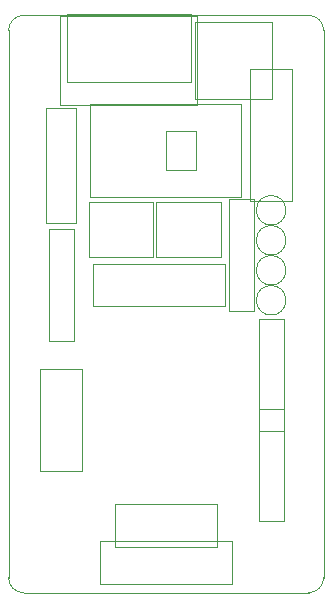
<source format=gbr>
%TF.GenerationSoftware,KiCad,Pcbnew,5.1.5+dfsg1-2~bpo10+1*%
%TF.CreationDate,2020-10-04T09:46:05+00:00*%
%TF.ProjectId,PIS,5049532e-6b69-4636-9164-5f7063625858,rev?*%
%TF.SameCoordinates,Original*%
%TF.FileFunction,Other,User*%
%FSLAX45Y45*%
G04 Gerber Fmt 4.5, Leading zero omitted, Abs format (unit mm)*
G04 Created by KiCad (PCBNEW 5.1.5+dfsg1-2~bpo10+1) date 2020-10-04 09:46:05*
%MOMM*%
%LPD*%
G04 APERTURE LIST*
%ADD10C,0.120000*%
%ADD11C,0.050000*%
G04 APERTURE END LIST*
D10*
X-190500Y507511D02*
G75*
G02X-63500Y634511I127000J0D01*
G01*
X2476500Y-4127500D02*
G75*
G02X2349500Y-4254500I-127000J0D01*
G01*
X2349500Y634511D02*
G75*
G02X2476500Y507511I0J-127000D01*
G01*
X-63500Y-4254989D02*
G75*
G02X-190500Y-4127989I0J127000D01*
G01*
X2476500Y-4127500D02*
X2476500Y508000D01*
X-63500Y-4254500D02*
X2349500Y-4254500D01*
X-190500Y508000D02*
X-190500Y-4127500D01*
X2349500Y634511D02*
X-63500Y634511D01*
D11*
X1395000Y-343000D02*
X1395000Y-673000D01*
X1395000Y-343000D02*
X1145000Y-343000D01*
X1145000Y-673000D02*
X1395000Y-673000D01*
X1145000Y-673000D02*
X1145000Y-343000D01*
X243500Y-121000D02*
X1406500Y-121000D01*
X243500Y629000D02*
X243500Y-121000D01*
X1406500Y629000D02*
X243500Y629000D01*
X1406500Y-121000D02*
X1406500Y629000D01*
X301500Y642000D02*
X1351500Y642000D01*
X301500Y642000D02*
X301500Y69000D01*
X1351500Y69000D02*
X1351500Y642000D01*
X1351500Y69000D02*
X301500Y69000D01*
X1704000Y-4180500D02*
X1704000Y-3820500D01*
X584000Y-4180500D02*
X1704000Y-4180500D01*
X584000Y-3820500D02*
X584000Y-4180500D01*
X1704000Y-3820500D02*
X584000Y-3820500D01*
X520500Y-1471000D02*
X1640500Y-1471000D01*
X520500Y-1826000D02*
X520500Y-1471000D01*
X1640500Y-1826000D02*
X520500Y-1826000D01*
X1640500Y-1471000D02*
X1640500Y-1826000D01*
X2157000Y-1016000D02*
G75*
G03X2157000Y-1016000I-125000J0D01*
G01*
X2157000Y-1270000D02*
G75*
G03X2157000Y-1270000I-125000J0D01*
G01*
X2157000Y-1524000D02*
G75*
G03X2157000Y-1524000I-125000J0D01*
G01*
X2157000Y-1778000D02*
G75*
G03X2157000Y-1778000I-125000J0D01*
G01*
X1673000Y-921000D02*
X1673000Y-1873000D01*
X1883000Y-921000D02*
X1673000Y-921000D01*
X1883000Y-1873000D02*
X1883000Y-921000D01*
X1673000Y-1873000D02*
X1883000Y-1873000D01*
X1391500Y-71000D02*
X2036500Y-71000D01*
X1391500Y579000D02*
X1391500Y-71000D01*
X2036500Y579000D02*
X1391500Y579000D01*
X2036500Y-71000D02*
X2036500Y579000D01*
X1060500Y-942000D02*
X1606500Y-942000D01*
X1060500Y-942000D02*
X1060500Y-1416000D01*
X1606500Y-1416000D02*
X1606500Y-942000D01*
X1606500Y-1416000D02*
X1060500Y-1416000D01*
X379000Y-1121000D02*
X379000Y-149000D01*
X129000Y-1121000D02*
X379000Y-1121000D01*
X129000Y-149000D02*
X129000Y-1121000D01*
X379000Y-149000D02*
X129000Y-149000D01*
X500000Y-907000D02*
X500000Y-117000D01*
X500000Y-907000D02*
X1780000Y-907000D01*
X1780000Y-117000D02*
X500000Y-117000D01*
X1780000Y-117000D02*
X1780000Y-907000D01*
X2137000Y-2889000D02*
X2137000Y-1937000D01*
X1927000Y-2889000D02*
X2137000Y-2889000D01*
X1927000Y-1937000D02*
X1927000Y-2889000D01*
X2137000Y-1937000D02*
X1927000Y-1937000D01*
X2137000Y-3651000D02*
X2137000Y-2699000D01*
X1927000Y-3651000D02*
X2137000Y-3651000D01*
X1927000Y-2699000D02*
X1927000Y-3651000D01*
X2137000Y-2699000D02*
X1927000Y-2699000D01*
X489000Y-942000D02*
X1035000Y-942000D01*
X489000Y-942000D02*
X489000Y-1416000D01*
X1035000Y-1416000D02*
X1035000Y-942000D01*
X1035000Y-1416000D02*
X489000Y-1416000D01*
X434000Y-2360000D02*
X74000Y-2360000D01*
X434000Y-3225000D02*
X434000Y-2360000D01*
X74000Y-3225000D02*
X434000Y-3225000D01*
X74000Y-2360000D02*
X74000Y-3225000D01*
X1577000Y-3863000D02*
X1577000Y-3503000D01*
X712000Y-3863000D02*
X1577000Y-3863000D01*
X712000Y-3503000D02*
X712000Y-3863000D01*
X1577000Y-3503000D02*
X712000Y-3503000D01*
X149000Y-1175000D02*
X149000Y-2127000D01*
X359000Y-1175000D02*
X149000Y-1175000D01*
X359000Y-2127000D02*
X359000Y-1175000D01*
X149000Y-2127000D02*
X359000Y-2127000D01*
X2212000Y180000D02*
X1852000Y180000D01*
X2212000Y-940000D02*
X2212000Y180000D01*
X1852000Y-940000D02*
X2212000Y-940000D01*
X1852000Y180000D02*
X1852000Y-940000D01*
M02*

</source>
